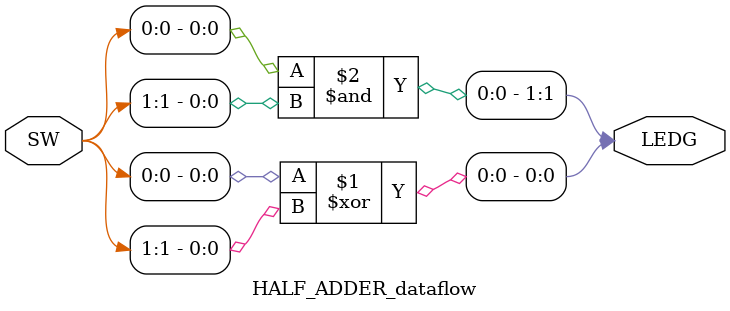
<source format=v>
/* 
@brief	HALF_ADDER_dataflow.v
@details	This example shows how to model a half adder circuit. 

			This is a dataflow model.


@return	N/A

@author	Manuel Caballero
@date		28/November/2024
@version	28/November/2024    The ORIGIN
@pre		This source code was tested on the Altera’s DE2 board.
@warning	N/A.
@pre		This code belongs to AqueronteBlog.
				- GitHub:  https://github.com/AqueronteBlog
            - YouTube: https://www.youtube.com/user/AqueronteBlog
            - X:       https://twitter.com/aqueronteblog
*/
module HALF_ADDER_dataflow (
	input[1:0] SW,
	output[1:0] LEDG
);
	
	assign LEDG[0] = SW[0]^SW[1];	// a = SW[0], b = SW[1], s = LEDG[0]
	assign LEDG[1] = SW[0]&SW[1];	// a = SW[0], b = SW[1], c = LEDG[1]
endmodule
</source>
